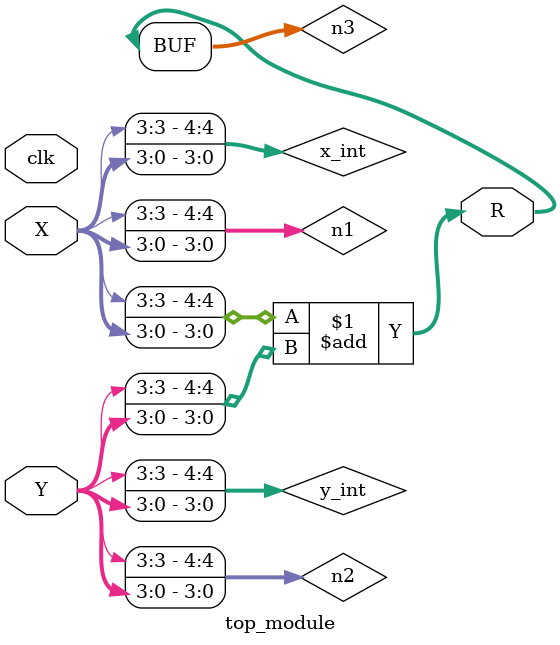
<source format=v>
module top_module
  (input  clk,
   input  [3:0] X,
   input  [3:0] Y,
   output [4:0] R);
  wire [4:0] x_int;
  wire [4:0] y_int;
  wire [4:0] n1;
  wire [4:0] n2;
  wire [4:0] n3;
  assign R = n3; //(module output)
  /* adder4.vhdl:32:8  */
  assign x_int = n1; // (signal)
  /* adder4.vhdl:34:8  */
  assign y_int = n2; // (signal)
  /* adder4.vhdl:37:30  */
  assign n1 = {{1{X[3]}}, X}; // sext
  /* adder4.vhdl:38:30  */
  assign n2 = {{1{Y[3]}}, Y}; // sext
  /* adder4.vhdl:39:50  */
  assign n3 = x_int + y_int;
endmodule


</source>
